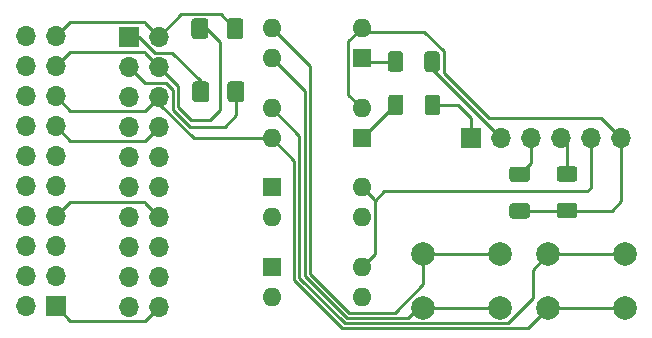
<source format=gbr>
%TF.GenerationSoftware,KiCad,Pcbnew,(5.1.12)-1*%
%TF.CreationDate,2021-12-28T12:25:46-06:00*%
%TF.ProjectId,iPiMI,6950694d-492e-46b6-9963-61645f706362,rev?*%
%TF.SameCoordinates,Original*%
%TF.FileFunction,Copper,L1,Top*%
%TF.FilePolarity,Positive*%
%FSLAX46Y46*%
G04 Gerber Fmt 4.6, Leading zero omitted, Abs format (unit mm)*
G04 Created by KiCad (PCBNEW (5.1.12)-1) date 2021-12-28 12:25:46*
%MOMM*%
%LPD*%
G01*
G04 APERTURE LIST*
%TA.AperFunction,ComponentPad*%
%ADD10R,1.600000X1.600000*%
%TD*%
%TA.AperFunction,ComponentPad*%
%ADD11O,1.600000X1.600000*%
%TD*%
%TA.AperFunction,ComponentPad*%
%ADD12C,2.000000*%
%TD*%
%TA.AperFunction,ComponentPad*%
%ADD13R,1.700000X1.700000*%
%TD*%
%TA.AperFunction,ComponentPad*%
%ADD14O,1.700000X1.700000*%
%TD*%
%TA.AperFunction,Conductor*%
%ADD15C,0.250000*%
%TD*%
G04 APERTURE END LIST*
D10*
%TO.P,U4,1*%
%TO.N,HD+*%
X41100000Y-36000000D03*
D11*
%TO.P,U4,3*%
%TO.N,PI_HDD_LED*%
X48720000Y-38540000D03*
%TO.P,U4,2*%
%TO.N,HD-*%
X41100000Y-38540000D03*
%TO.P,U4,4*%
%TO.N,+3V3*%
X48720000Y-36000000D03*
%TD*%
D10*
%TO.P,U3,1*%
%TO.N,PWR_LED+*%
X41100000Y-29250000D03*
D11*
%TO.P,U3,3*%
%TO.N,PI_PWR_LED*%
X48720000Y-31790000D03*
%TO.P,U3,2*%
%TO.N,PWR_LED-*%
X41100000Y-31790000D03*
%TO.P,U3,4*%
%TO.N,+3V3*%
X48720000Y-29250000D03*
%TD*%
D10*
%TO.P,U2,1*%
%TO.N,Net-(R2-Pad1)*%
X48700000Y-18300000D03*
D11*
%TO.P,U2,3*%
%TO.N,RES-*%
X41080000Y-15760000D03*
%TO.P,U2,2*%
%TO.N,GND*%
X48700000Y-15760000D03*
%TO.P,U2,4*%
%TO.N,RES+*%
X41080000Y-18300000D03*
%TD*%
D10*
%TO.P,U1,1*%
%TO.N,Net-(R1-Pad1)*%
X48700000Y-25100000D03*
D11*
%TO.P,U1,3*%
%TO.N,PWR_SW-*%
X41080000Y-22560000D03*
%TO.P,U1,2*%
%TO.N,GND*%
X48700000Y-22560000D03*
%TO.P,U1,4*%
%TO.N,PWR_SW+*%
X41080000Y-25100000D03*
%TD*%
%TO.P,R5,2*%
%TO.N,PI_PWR_LED*%
%TA.AperFunction,SMDPad,CuDef*%
G36*
G01*
X62702601Y-28792000D02*
X61452599Y-28792000D01*
G75*
G02*
X61202600Y-28542001I0J249999D01*
G01*
X61202600Y-27741999D01*
G75*
G02*
X61452599Y-27492000I249999J0D01*
G01*
X62702601Y-27492000D01*
G75*
G02*
X62952600Y-27741999I0J-249999D01*
G01*
X62952600Y-28542001D01*
G75*
G02*
X62702601Y-28792000I-249999J0D01*
G01*
G37*
%TD.AperFunction*%
%TO.P,R5,1*%
%TO.N,GND*%
%TA.AperFunction,SMDPad,CuDef*%
G36*
G01*
X62702601Y-31892000D02*
X61452599Y-31892000D01*
G75*
G02*
X61202600Y-31642001I0J249999D01*
G01*
X61202600Y-30841999D01*
G75*
G02*
X61452599Y-30592000I249999J0D01*
G01*
X62702601Y-30592000D01*
G75*
G02*
X62952600Y-30841999I0J-249999D01*
G01*
X62952600Y-31642001D01*
G75*
G02*
X62702601Y-31892000I-249999J0D01*
G01*
G37*
%TD.AperFunction*%
%TD*%
%TO.P,R6,2*%
%TO.N,PI_HDD_LED*%
%TA.AperFunction,SMDPad,CuDef*%
G36*
G01*
X66715801Y-28767200D02*
X65465799Y-28767200D01*
G75*
G02*
X65215800Y-28517201I0J249999D01*
G01*
X65215800Y-27717199D01*
G75*
G02*
X65465799Y-27467200I249999J0D01*
G01*
X66715801Y-27467200D01*
G75*
G02*
X66965800Y-27717199I0J-249999D01*
G01*
X66965800Y-28517201D01*
G75*
G02*
X66715801Y-28767200I-249999J0D01*
G01*
G37*
%TD.AperFunction*%
%TO.P,R6,1*%
%TO.N,GND*%
%TA.AperFunction,SMDPad,CuDef*%
G36*
G01*
X66715801Y-31867200D02*
X65465799Y-31867200D01*
G75*
G02*
X65215800Y-31617201I0J249999D01*
G01*
X65215800Y-30817199D01*
G75*
G02*
X65465799Y-30567200I249999J0D01*
G01*
X66715801Y-30567200D01*
G75*
G02*
X66965800Y-30817199I0J-249999D01*
G01*
X66965800Y-31617201D01*
G75*
G02*
X66715801Y-31867200I-249999J0D01*
G01*
G37*
%TD.AperFunction*%
%TD*%
D12*
%TO.P,SW2,1*%
%TO.N,RES-*%
X60411500Y-34925000D03*
%TO.P,SW2,2*%
%TO.N,RES+*%
X60411500Y-39425000D03*
%TO.P,SW2,1*%
%TO.N,RES-*%
X53911500Y-34925000D03*
%TO.P,SW2,2*%
%TO.N,RES+*%
X53911500Y-39425000D03*
%TD*%
%TO.P,SW1,1*%
%TO.N,PWR_SW-*%
X71016000Y-34925000D03*
%TO.P,SW1,2*%
%TO.N,PWR_SW+*%
X71016000Y-39425000D03*
%TO.P,SW1,1*%
%TO.N,PWR_SW-*%
X64516000Y-34925000D03*
%TO.P,SW1,2*%
%TO.N,PWR_SW+*%
X64516000Y-39425000D03*
%TD*%
%TO.P,R2,2*%
%TO.N,PI_RST_SW*%
%TA.AperFunction,SMDPad,CuDef*%
G36*
G01*
X54012000Y-19230501D02*
X54012000Y-17980499D01*
G75*
G02*
X54261999Y-17730500I249999J0D01*
G01*
X55062001Y-17730500D01*
G75*
G02*
X55312000Y-17980499I0J-249999D01*
G01*
X55312000Y-19230501D01*
G75*
G02*
X55062001Y-19480500I-249999J0D01*
G01*
X54261999Y-19480500D01*
G75*
G02*
X54012000Y-19230501I0J249999D01*
G01*
G37*
%TD.AperFunction*%
%TO.P,R2,1*%
%TO.N,Net-(R2-Pad1)*%
%TA.AperFunction,SMDPad,CuDef*%
G36*
G01*
X50912000Y-19230501D02*
X50912000Y-17980499D01*
G75*
G02*
X51161999Y-17730500I249999J0D01*
G01*
X51962001Y-17730500D01*
G75*
G02*
X52212000Y-17980499I0J-249999D01*
G01*
X52212000Y-19230501D01*
G75*
G02*
X51962001Y-19480500I-249999J0D01*
G01*
X51161999Y-19480500D01*
G75*
G02*
X50912000Y-19230501I0J249999D01*
G01*
G37*
%TD.AperFunction*%
%TD*%
%TO.P,R1,2*%
%TO.N,PI_PWR_SW*%
%TA.AperFunction,SMDPad,CuDef*%
G36*
G01*
X54036800Y-22900801D02*
X54036800Y-21650799D01*
G75*
G02*
X54286799Y-21400800I249999J0D01*
G01*
X55086801Y-21400800D01*
G75*
G02*
X55336800Y-21650799I0J-249999D01*
G01*
X55336800Y-22900801D01*
G75*
G02*
X55086801Y-23150800I-249999J0D01*
G01*
X54286799Y-23150800D01*
G75*
G02*
X54036800Y-22900801I0J249999D01*
G01*
G37*
%TD.AperFunction*%
%TO.P,R1,1*%
%TO.N,Net-(R1-Pad1)*%
%TA.AperFunction,SMDPad,CuDef*%
G36*
G01*
X50936800Y-22900801D02*
X50936800Y-21650799D01*
G75*
G02*
X51186799Y-21400800I249999J0D01*
G01*
X51986801Y-21400800D01*
G75*
G02*
X52236800Y-21650799I0J-249999D01*
G01*
X52236800Y-22900801D01*
G75*
G02*
X51986801Y-23150800I-249999J0D01*
G01*
X51186799Y-23150800D01*
G75*
G02*
X50936800Y-22900801I0J249999D01*
G01*
G37*
%TD.AperFunction*%
%TD*%
D13*
%TO.P,J3,1*%
%TO.N,SPEAK-*%
X22783800Y-39319200D03*
D14*
%TO.P,J3,2*%
%TO.N,PWR_LED-*%
X20243800Y-39319200D03*
%TO.P,J3,3*%
%TO.N,N/C*%
X22783800Y-36779200D03*
%TO.P,J3,4*%
%TO.N,PWR_LED-*%
X20243800Y-36779200D03*
%TO.P,J3,5*%
%TO.N,N/C*%
X22783800Y-34239200D03*
%TO.P,J3,6*%
%TO.N,PWR_LED+*%
X20243800Y-34239200D03*
%TO.P,J3,7*%
%TO.N,SPEAK+*%
X22783800Y-31699200D03*
%TO.P,J3,8*%
%TO.N,N/C*%
X20243800Y-31699200D03*
%TO.P,J3,9*%
X22783800Y-29159200D03*
%TO.P,J3,10*%
%TO.N,CI+*%
X20243800Y-29159200D03*
%TO.P,J3,11*%
%TO.N,N/C*%
X22783800Y-26619200D03*
%TO.P,J3,12*%
%TO.N,CI-*%
X20243800Y-26619200D03*
%TO.P,J3,13*%
%TO.N,PWR_SW-*%
X22783800Y-24079200D03*
%TO.P,J3,14*%
%TO.N,RES+*%
X20243800Y-24079200D03*
%TO.P,J3,15*%
%TO.N,PWR_SW+*%
X22783800Y-21539200D03*
%TO.P,J3,16*%
%TO.N,RES-*%
X20243800Y-21539200D03*
%TO.P,J3,17*%
%TO.N,PWR-*%
X22783800Y-18999200D03*
%TO.P,J3,18*%
%TO.N,HD-*%
X20243800Y-18999200D03*
%TO.P,J3,19*%
%TO.N,PWR+*%
X22783800Y-16459200D03*
%TO.P,J3,20*%
%TO.N,HD+*%
X20243800Y-16459200D03*
%TD*%
%TO.P,J2,6*%
%TO.N,GND*%
X70675500Y-25082500D03*
%TO.P,J2,5*%
%TO.N,+3V3*%
X68135500Y-25082500D03*
%TO.P,J2,4*%
%TO.N,PI_HDD_LED*%
X65595500Y-25082500D03*
%TO.P,J2,3*%
%TO.N,PI_PWR_LED*%
X63055500Y-25082500D03*
%TO.P,J2,2*%
%TO.N,PI_RST_SW*%
X60515500Y-25082500D03*
D13*
%TO.P,J2,1*%
%TO.N,PI_PWR_SW*%
X57975500Y-25082500D03*
%TD*%
%TO.P,J1,1*%
%TO.N,HD+*%
X29015000Y-16500000D03*
D14*
%TO.P,J1,2*%
%TO.N,PWR+*%
X31555000Y-16500000D03*
%TO.P,J1,3*%
%TO.N,HD-*%
X29015000Y-19040000D03*
%TO.P,J1,4*%
%TO.N,PWR-*%
X31555000Y-19040000D03*
%TO.P,J1,5*%
%TO.N,RES-*%
X29015000Y-21580000D03*
%TO.P,J1,6*%
%TO.N,PWR_SW+*%
X31555000Y-21580000D03*
%TO.P,J1,7*%
%TO.N,RES+*%
X29015000Y-24120000D03*
%TO.P,J1,8*%
%TO.N,PWR_SW-*%
X31555000Y-24120000D03*
%TO.P,J1,9*%
%TO.N,CI-*%
X29015000Y-26660000D03*
%TO.P,J1,10*%
%TO.N,N/C*%
X31555000Y-26660000D03*
%TO.P,J1,11*%
%TO.N,CI+*%
X29015000Y-29200000D03*
%TO.P,J1,12*%
%TO.N,N/C*%
X31555000Y-29200000D03*
%TO.P,J1,13*%
X29015000Y-31740000D03*
%TO.P,J1,14*%
%TO.N,SPEAK+*%
X31555000Y-31740000D03*
%TO.P,J1,15*%
%TO.N,PWR_LED+*%
X29015000Y-34280000D03*
%TO.P,J1,16*%
%TO.N,N/C*%
X31555000Y-34280000D03*
%TO.P,J1,17*%
%TO.N,PWR_LED-*%
X29015000Y-36820000D03*
%TO.P,J1,18*%
%TO.N,N/C*%
X31555000Y-36820000D03*
%TO.P,J1,19*%
%TO.N,PWR_LED-*%
X29015000Y-39360000D03*
%TO.P,J1,20*%
%TO.N,SPEAK-*%
X31555000Y-39360000D03*
%TD*%
%TO.P,D2,2*%
%TO.N,HD+*%
%TA.AperFunction,SMDPad,CuDef*%
G36*
G01*
X35786700Y-20533200D02*
X35786700Y-21783200D01*
G75*
G02*
X35536700Y-22033200I-250000J0D01*
G01*
X34611700Y-22033200D01*
G75*
G02*
X34361700Y-21783200I0J250000D01*
G01*
X34361700Y-20533200D01*
G75*
G02*
X34611700Y-20283200I250000J0D01*
G01*
X35536700Y-20283200D01*
G75*
G02*
X35786700Y-20533200I0J-250000D01*
G01*
G37*
%TD.AperFunction*%
%TO.P,D2,1*%
%TO.N,HD-*%
%TA.AperFunction,SMDPad,CuDef*%
G36*
G01*
X38761700Y-20533200D02*
X38761700Y-21783200D01*
G75*
G02*
X38511700Y-22033200I-250000J0D01*
G01*
X37586700Y-22033200D01*
G75*
G02*
X37336700Y-21783200I0J250000D01*
G01*
X37336700Y-20533200D01*
G75*
G02*
X37586700Y-20283200I250000J0D01*
G01*
X38511700Y-20283200D01*
G75*
G02*
X38761700Y-20533200I0J-250000D01*
G01*
G37*
%TD.AperFunction*%
%TD*%
%TO.P,D1,1*%
%TO.N,PWR+*%
%TA.AperFunction,SMDPad,CuDef*%
G36*
G01*
X38685500Y-15186500D02*
X38685500Y-16436500D01*
G75*
G02*
X38435500Y-16686500I-250000J0D01*
G01*
X37510500Y-16686500D01*
G75*
G02*
X37260500Y-16436500I0J250000D01*
G01*
X37260500Y-15186500D01*
G75*
G02*
X37510500Y-14936500I250000J0D01*
G01*
X38435500Y-14936500D01*
G75*
G02*
X38685500Y-15186500I0J-250000D01*
G01*
G37*
%TD.AperFunction*%
%TO.P,D1,2*%
%TO.N,PWR-*%
%TA.AperFunction,SMDPad,CuDef*%
G36*
G01*
X35710500Y-15186500D02*
X35710500Y-16436500D01*
G75*
G02*
X35460500Y-16686500I-250000J0D01*
G01*
X34535500Y-16686500D01*
G75*
G02*
X34285500Y-16436500I0J250000D01*
G01*
X34285500Y-15186500D01*
G75*
G02*
X34535500Y-14936500I250000J0D01*
G01*
X35460500Y-14936500D01*
G75*
G02*
X35710500Y-15186500I0J-250000D01*
G01*
G37*
%TD.AperFunction*%
%TD*%
D15*
%TO.N,HD+*%
X35074200Y-20283200D02*
X35074200Y-21158200D01*
X32655999Y-17864999D02*
X35074200Y-20283200D01*
X31180997Y-17864999D02*
X32655999Y-17864999D01*
X29815998Y-16500000D02*
X31180997Y-17864999D01*
X29015000Y-16500000D02*
X29815998Y-16500000D01*
%TO.N,HD-*%
X38100000Y-22352000D02*
X38100000Y-23129412D01*
X29651410Y-19040000D02*
X29015000Y-19040000D01*
X32119001Y-20404999D02*
X30379999Y-20404999D01*
X30379999Y-20404999D02*
X29015000Y-19040000D01*
X32730001Y-21015999D02*
X32119001Y-20404999D01*
X32730001Y-22697001D02*
X32730001Y-21015999D01*
X37109400Y-24155400D02*
X34188400Y-24155400D01*
X38100000Y-23164800D02*
X37109400Y-24155400D01*
X34188400Y-24155400D02*
X32730001Y-22697001D01*
X38100000Y-22352000D02*
X38100000Y-23164800D01*
X38100000Y-21209000D02*
X38049200Y-21158200D01*
X38100000Y-22352000D02*
X38100000Y-21209000D01*
%TO.N,SPEAK-*%
X30379999Y-40535001D02*
X31555000Y-39360000D01*
X22783800Y-39319200D02*
X23948801Y-40484201D01*
X23999601Y-40535001D02*
X23948801Y-40484201D01*
X30379999Y-40535001D02*
X23999601Y-40535001D01*
%TO.N,SPEAK+*%
X23968801Y-30514199D02*
X22783800Y-31699200D01*
X31555000Y-31740000D02*
X30379999Y-30564999D01*
X30329199Y-30514199D02*
X30379999Y-30564999D01*
X23968801Y-30514199D02*
X30329199Y-30514199D01*
%TO.N,PWR_SW-*%
X30379999Y-25295001D02*
X31555000Y-24120000D01*
X23999601Y-25295001D02*
X30379999Y-25295001D01*
X22783800Y-24079200D02*
X23999601Y-25295001D01*
X47253811Y-40750001D02*
X61047501Y-40750001D01*
X43434000Y-36930190D02*
X47253811Y-40750001D01*
X43434000Y-24914000D02*
X43434000Y-36930190D01*
X41080000Y-22560000D02*
X43434000Y-24914000D01*
X63190999Y-38606503D02*
X61047501Y-40750001D01*
X63190999Y-36250001D02*
X63190999Y-38606503D01*
X64516000Y-34925000D02*
X63190999Y-36250001D01*
X64516000Y-34925000D02*
X71016000Y-34925000D01*
%TO.N,RES+*%
X53462800Y-39425000D02*
X52587809Y-40299991D01*
X53911500Y-39425000D02*
X53462800Y-39425000D01*
X52587809Y-40299991D02*
X47440211Y-40299991D01*
X43884010Y-21104010D02*
X41080000Y-18300000D01*
X43884010Y-36743790D02*
X43884010Y-21104010D01*
X47440211Y-40299991D02*
X43884010Y-36743790D01*
X53911500Y-39425000D02*
X60411500Y-39425000D01*
%TO.N,PWR_SW+*%
X30379999Y-22755001D02*
X31555000Y-21580000D01*
X23999601Y-22755001D02*
X30379999Y-22755001D01*
X22783800Y-21539200D02*
X23999601Y-22755001D01*
X42982521Y-36017479D02*
X42983990Y-36016010D01*
X42982521Y-36139933D02*
X42982521Y-36017479D01*
X34496590Y-25100000D02*
X41080000Y-25100000D01*
X31555000Y-22158410D02*
X34496590Y-25100000D01*
X31555000Y-21580000D02*
X31555000Y-22158410D01*
X62740989Y-41200011D02*
X64516000Y-39425000D01*
X47067411Y-41200011D02*
X62740989Y-41200011D01*
X42983990Y-37116590D02*
X47067411Y-41200011D01*
X42983990Y-27003990D02*
X42983990Y-37116590D01*
X41080000Y-25100000D02*
X42983990Y-27003990D01*
X64516000Y-39425000D02*
X71016000Y-39425000D01*
%TO.N,RES-*%
X51525517Y-39849981D02*
X47626611Y-39849981D01*
X47626611Y-39849981D02*
X44334020Y-36557390D01*
X44334020Y-19014020D02*
X41080000Y-15760000D01*
X44334020Y-36557390D02*
X44334020Y-19014020D01*
X53911500Y-37463998D02*
X51525517Y-39849981D01*
X53911500Y-34925000D02*
X53911500Y-37463998D01*
X53911500Y-34925000D02*
X60411500Y-34925000D01*
%TO.N,GND*%
X65584000Y-31242000D02*
X65595500Y-31230500D01*
X70675500Y-30416500D02*
X70675500Y-25082500D01*
X69861500Y-31230500D02*
X70675500Y-30416500D01*
X66104100Y-31230500D02*
X66090800Y-31217200D01*
X69861500Y-31230500D02*
X66104100Y-31230500D01*
X66066000Y-31242000D02*
X66090800Y-31217200D01*
X62077600Y-31242000D02*
X66066000Y-31242000D01*
X49005500Y-16065500D02*
X48700000Y-15760000D01*
X53960190Y-16065500D02*
X49005500Y-16065500D01*
X55637010Y-17742320D02*
X53960190Y-16065500D01*
X55637010Y-19567600D02*
X55637010Y-17742320D01*
X59437410Y-23368000D02*
X55637010Y-19567600D01*
X68961000Y-23368000D02*
X59437410Y-23368000D01*
X70675500Y-25082500D02*
X68961000Y-23368000D01*
X48700000Y-22560000D02*
X47574999Y-21434999D01*
X47574999Y-21434999D02*
X47574999Y-16885001D01*
X47574999Y-16885001D02*
X48700000Y-15760000D01*
%TO.N,+3V3*%
X49712190Y-30242190D02*
X48720000Y-29250000D01*
X49845001Y-34874999D02*
X48720000Y-36000000D01*
X49845001Y-30375001D02*
X49845001Y-34874999D01*
X49712190Y-30242190D02*
X49845001Y-30375001D01*
X68135500Y-25082500D02*
X68135500Y-29264500D01*
X68135500Y-29264500D02*
X67800000Y-29600000D01*
X50620002Y-29600000D02*
X49845001Y-30375001D01*
X67800000Y-29600000D02*
X50620002Y-29600000D01*
%TO.N,PI_HDD_LED*%
X66090800Y-25577800D02*
X65595500Y-25082500D01*
X66090800Y-28117200D02*
X66090800Y-25577800D01*
%TO.N,PI_PWR_LED*%
X62992000Y-25146000D02*
X63055500Y-25082500D01*
X63055500Y-27164100D02*
X62077600Y-28142000D01*
X63055500Y-25082500D02*
X63055500Y-27164100D01*
X62077600Y-28142000D02*
X62077600Y-28661080D01*
%TO.N,PI_RST_SW*%
X54662000Y-19229000D02*
X60515500Y-25082500D01*
X54662000Y-18605500D02*
X54662000Y-19229000D01*
%TO.N,PI_PWR_SW*%
X54686800Y-22275800D02*
X56870600Y-22275800D01*
X57975500Y-23380700D02*
X57975500Y-25082500D01*
X56870600Y-22275800D02*
X57975500Y-23380700D01*
%TO.N,Net-(R1-Pad1)*%
X51524200Y-22275800D02*
X48700000Y-25100000D01*
X51586800Y-22275800D02*
X51524200Y-22275800D01*
%TO.N,Net-(R2-Pad1)*%
X49005500Y-18605500D02*
X48700000Y-18300000D01*
X51562000Y-18605500D02*
X49005500Y-18605500D01*
%TO.N,PWR-*%
X23968801Y-17814199D02*
X22783800Y-18999200D01*
X31555000Y-19040000D02*
X30379999Y-17864999D01*
X34270810Y-23552010D02*
X35825680Y-23552010D01*
X33180011Y-22461211D02*
X34270810Y-23552010D01*
X33180011Y-20665011D02*
X33180011Y-22461211D01*
X31555000Y-19040000D02*
X33180011Y-20665011D01*
X30329199Y-17814199D02*
X30379999Y-17864999D01*
X23968801Y-17814199D02*
X30329199Y-17814199D01*
X34998000Y-15811500D02*
X35598100Y-15811500D01*
X35598100Y-15811500D02*
X36703000Y-16916400D01*
X36703000Y-22674690D02*
X35825680Y-23552010D01*
X36703000Y-16916400D02*
X36703000Y-22674690D01*
%TO.N,PWR+*%
X22783800Y-16459200D02*
X23968801Y-15274199D01*
X30379999Y-15324999D02*
X31555000Y-16500000D01*
X36772990Y-14611490D02*
X37973000Y-15811500D01*
X33443510Y-14611490D02*
X36772990Y-14611490D01*
X31555000Y-16500000D02*
X33443510Y-14611490D01*
X30329199Y-15274199D02*
X30379999Y-15324999D01*
X23968801Y-15274199D02*
X30329199Y-15274199D01*
%TD*%
M02*

</source>
